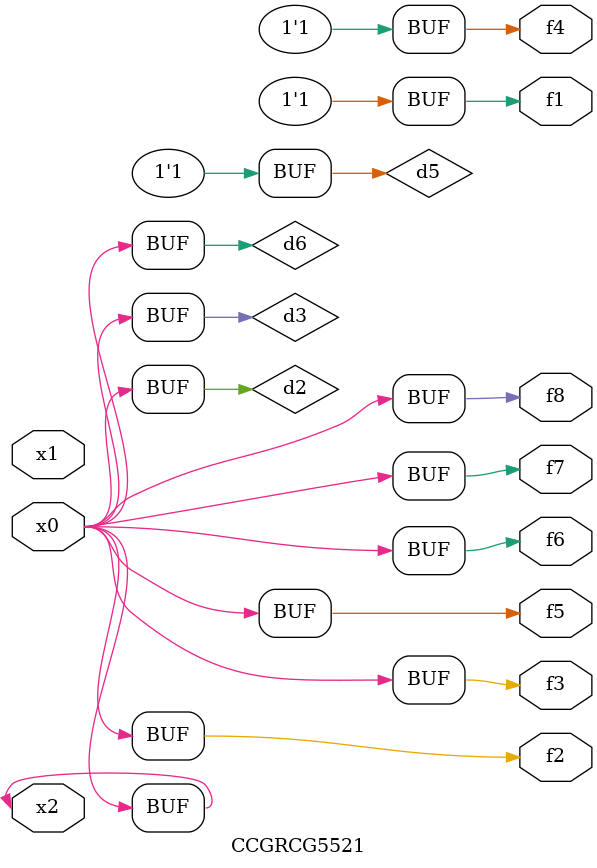
<source format=v>
module CCGRCG5521(
	input x0, x1, x2,
	output f1, f2, f3, f4, f5, f6, f7, f8
);

	wire d1, d2, d3, d4, d5, d6;

	xnor (d1, x2);
	buf (d2, x0, x2);
	and (d3, x0);
	xnor (d4, x1, x2);
	nand (d5, d1, d3);
	buf (d6, d2, d3);
	assign f1 = d5;
	assign f2 = d6;
	assign f3 = d6;
	assign f4 = d5;
	assign f5 = d6;
	assign f6 = d6;
	assign f7 = d6;
	assign f8 = d6;
endmodule

</source>
